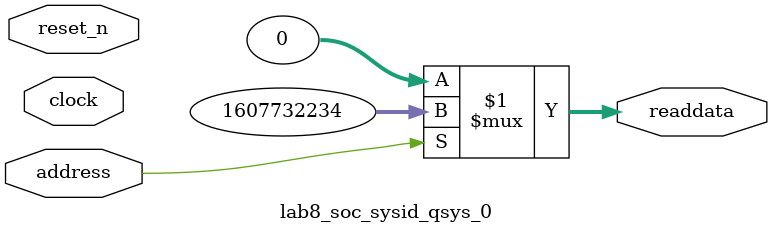
<source format=v>



// synthesis translate_off
`timescale 1ns / 1ps
// synthesis translate_on

// turn off superfluous verilog processor warnings 
// altera message_level Level1 
// altera message_off 10034 10035 10036 10037 10230 10240 10030 

module lab8_soc_sysid_qsys_0 (
               // inputs:
                address,
                clock,
                reset_n,

               // outputs:
                readdata
             )
;

  output  [ 31: 0] readdata;
  input            address;
  input            clock;
  input            reset_n;

  wire    [ 31: 0] readdata;
  //control_slave, which is an e_avalon_slave
  assign readdata = address ? 1607732234 : 0;

endmodule



</source>
